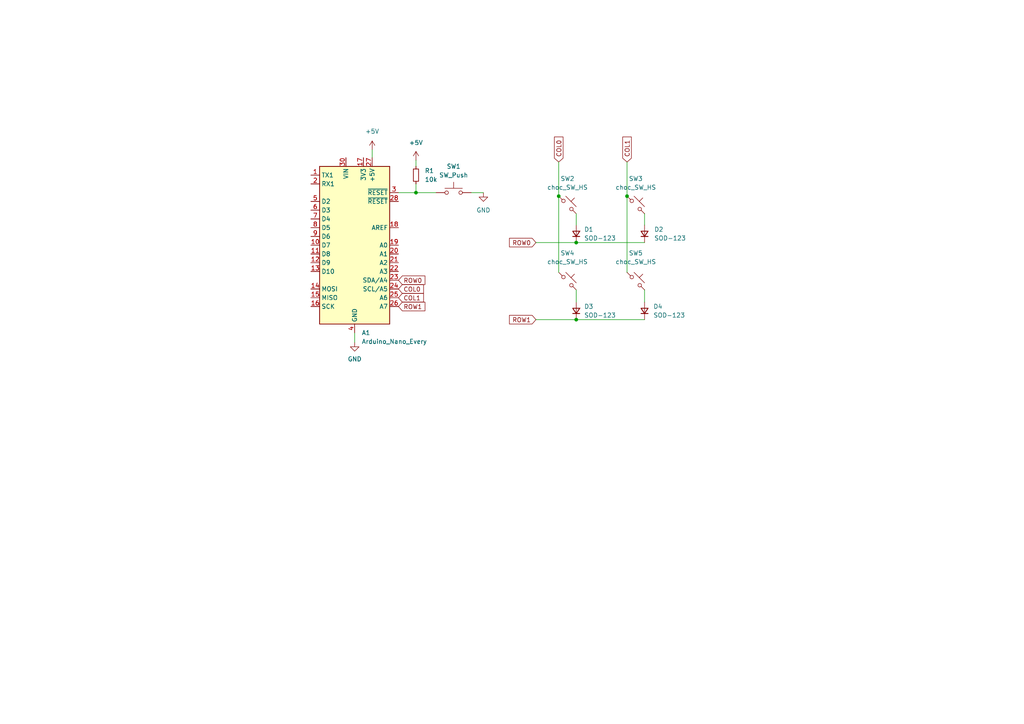
<source format=kicad_sch>
(kicad_sch (version 20211123) (generator eeschema)
  (paper "A4")
  (lib_symbols
    (symbol "Device:D_Small" (pin_numbers hide) (pin_names (offset 0.254) hide)
      (property "Reference" "D" (at -1.27 2.032 0))
      (property "Value" "D_Small" (at -3.81 -2.032 0))
      (symbol "D_Small_0_1"
        (polyline (pts (xy -0.762 -1.016) (xy -0.762 1.016)) (stroke (width 0.254)))
        (polyline (pts (xy -0.762 0) (xy 0.762 0)))
        (polyline (pts (xy 0.762 -1.016) (xy -0.762 0) (xy 0.762 1.016) (xy 0.762 -1.016)) (stroke (width 0.254)))
      )
      (symbol "D_Small_1_1"
        (pin passive line (at -2.54 0 0) (length 1.778) (name "K") (number "1"))
        (pin passive line (at 2.54 0 180) (length 1.778) (name "A") (number "2"))
      )
    )
    (symbol "Device:R_Small" (pin_numbers hide) (pin_names (offset 0.254) hide)
      (property "Reference" "R" (at 0.762 0.508 0))
      (property "Value" "R_Small" (at 0.762 -1.016 0))
      (symbol "R_Small_0_1"
        (rectangle (start -0.762 1.778) (end 0.762 -1.778) (stroke (width 0.2032)))
      )
      (symbol "R_Small_1_1"
        (pin passive line (at 0 2.54 270) (length 0.762) (name "~") (number "1"))
        (pin passive line (at 0 -2.54 90) (length 0.762) (name "~") (number "2"))
      )
    )
    (symbol "MCU_Module:Arduino_Nano_Every"
      (property "Reference" "A" (at -10.16 23.495 0))
      (property "Value" "Arduino_Nano_Every" (at 5.08 -24.13 0))
      (symbol "Arduino_Nano_Every_0_1"
        (rectangle (start -10.16 22.86) (end 10.16 -22.86) (stroke (width 0.254)) (fill (type background)))
      )
      (symbol "Arduino_Nano_Every_1_1"
        (pin bidirectional line (at -12.7 20.32 0) (length 2.54) (name "TX1") (number "1"))
        (pin bidirectional line (at -12.7 0 0) (length 2.54) (name "D7") (number "10"))
        (pin bidirectional line (at -12.7 -2.54 0) (length 2.54) (name "D8") (number "11"))
        (pin bidirectional line (at -12.7 -5.08 0) (length 2.54) (name "D9") (number "12"))
        (pin bidirectional line (at -12.7 -7.62 0) (length 2.54) (name "D10") (number "13"))
        (pin bidirectional line (at -12.7 -12.7 0) (length 2.54) (name "MOSI") (number "14"))
        (pin bidirectional line (at -12.7 -15.24 0) (length 2.54) (name "MISO") (number "15"))
        (pin bidirectional line (at -12.7 -17.78 0) (length 2.54) (name "SCK") (number "16"))
        (pin power_out line (at 2.54 25.4 270) (length 2.54) (name "3V3") (number "17"))
        (pin input line (at 12.7 5.08 180) (length 2.54) (name "AREF") (number "18"))
        (pin bidirectional line (at 12.7 0 180) (length 2.54) (name "A0") (number "19"))
        (pin bidirectional line (at -12.7 17.78 0) (length 2.54) (name "RX1") (number "2"))
        (pin bidirectional line (at 12.7 -2.54 180) (length 2.54) (name "A1") (number "20"))
        (pin bidirectional line (at 12.7 -5.08 180) (length 2.54) (name "A2") (number "21"))
        (pin bidirectional line (at 12.7 -7.62 180) (length 2.54) (name "A3") (number "22"))
        (pin bidirectional line (at 12.7 -10.16 180) (length 2.54) (name "SDA/A4") (number "23"))
        (pin bidirectional line (at 12.7 -12.7 180) (length 2.54) (name "SCL/A5") (number "24"))
        (pin bidirectional line (at 12.7 -15.24 180) (length 2.54) (name "A6") (number "25"))
        (pin bidirectional line (at 12.7 -17.78 180) (length 2.54) (name "A7") (number "26"))
        (pin power_out line (at 5.08 25.4 270) (length 2.54) (name "+5V") (number "27"))
        (pin input line (at 12.7 12.7 180) (length 2.54) (name "~{RESET}") (number "28"))
        (pin passive line (at 0 -25.4 90) (length 2.54) hide (name "GND") (number "29"))
        (pin input line (at 12.7 15.24 180) (length 2.54) (name "~{RESET}") (number "3"))
        (pin power_in line (at -2.54 25.4 270) (length 2.54) (name "VIN") (number "30"))
        (pin power_in line (at 0 -25.4 90) (length 2.54) (name "GND") (number "4"))
        (pin bidirectional line (at -12.7 12.7 0) (length 2.54) (name "D2") (number "5"))
        (pin bidirectional line (at -12.7 10.16 0) (length 2.54) (name "D3") (number "6"))
        (pin bidirectional line (at -12.7 7.62 0) (length 2.54) (name "D4") (number "7"))
        (pin bidirectional line (at -12.7 5.08 0) (length 2.54) (name "D5") (number "8"))
        (pin bidirectional line (at -12.7 2.54 0) (length 2.54) (name "D6") (number "9"))
      )
    )
    (symbol "Switch:SW_Push" (pin_numbers hide) (pin_names (offset 1.016) hide)
      (property "Reference" "SW" (at 1.27 2.54 0))
      (property "Value" "SW_Push" (at 0 -1.524 0))
      (symbol "SW_Push_0_1"
        (circle (center -2.032 0) (radius 0.508))
        (polyline (pts (xy 0 1.27) (xy 0 3.048)))
        (polyline (pts (xy 2.54 1.27) (xy -2.54 1.27)))
        (circle (center 2.032 0) (radius 0.508))
        (pin passive line (at -5.08 0 0) (length 2.54) (name "1") (number "1"))
        (pin passive line (at 5.08 0 180) (length 2.54) (name "2") (number "2"))
      )
    )
    (symbol "marbastlib-choc:choc_SW_HS" (pin_numbers hide) (pin_names (offset 1.016) hide)
      (property "Reference" "SW" (at 3.048 1.016 0))
      (property "Value" "choc_SW_HS" (at 0 -3.81 0))
      (symbol "choc_SW_HS_0_1"
        (circle (center -1.1684 1.1684) (radius 0.508))
        (polyline (pts (xy -0.508 2.54) (xy 2.54 -0.508)))
        (polyline (pts (xy 1.016 1.016) (xy 2.032 2.032)))
        (polyline (pts (xy -2.54 2.54) (xy -1.524 1.524) (xy -1.524 1.524)))
        (polyline (pts (xy 1.524 -1.524) (xy 2.54 -2.54) (xy 2.54 -2.54) (xy 2.54 -2.54)))
        (circle (center 1.143 -1.1938) (radius 0.508))
        (pin passive line (at -2.54 2.54 0) (length 0) (name "1") (number "1"))
        (pin passive line (at 2.54 -2.54 180) (length 0) (name "2") (number "2"))
      )
    )
    (symbol "power:+5V" (power) (pin_names (offset 0))
      (property "Value" "+5V" (at 0 3.556 0))
      (symbol "+5V_0_1"
        (polyline (pts (xy -0.762 1.27) (xy 0 2.54)))
        (polyline (pts (xy 0 0) (xy 0 2.54)))
        (polyline (pts (xy 0 2.54) (xy 0.762 1.27)))
      )
      (symbol "+5V_1_1"
        (pin power_in line (at 0 0 90) (length 0) hide (name "+5V") (number "1"))
      )
    )
    (symbol "power:GND" (power) (pin_names (offset 0))
      (property "Value" "GND" (at 0 -3.81 0))
      (symbol "GND_0_1"
        (polyline (pts (xy 0 0) (xy 0 -1.27) (xy 1.27 -1.27) (xy 0 -2.54) (xy -1.27 -1.27) (xy 0 -1.27)))
      )
      (symbol "GND_1_1"
        (pin power_in line (at 0 0 270) (length 0) hide (name "GND") (number "1"))
      )
    )
  )
  (junction (at 167.132 70.358))
  (junction (at 167.132 92.71))
  (junction (at 181.864 56.896))
  (junction (at 120.65 55.88))
  (junction (at 162.052 56.896))
  (wire (pts (xy 120.65 55.88) (xy 126.492 55.88)))
  (wire (pts (xy 167.132 61.976) (xy 167.132 65.278)))
  (wire (pts (xy 181.864 46.99) (xy 181.864 56.896)))
  (wire (pts (xy 167.132 92.71) (xy 186.944 92.71)))
  (wire (pts (xy 167.132 70.358) (xy 186.944 70.358)))
  (wire (pts (xy 136.652 55.88) (xy 140.208 55.88)))
  (wire (pts (xy 115.57 55.88) (xy 120.65 55.88)))
  (wire (pts (xy 155.448 92.71) (xy 167.132 92.71)))
  (wire (pts (xy 120.65 53.34) (xy 120.65 55.88)))
  (wire (pts (xy 162.052 56.896) (xy 162.052 78.994)))
  (wire (pts (xy 181.864 56.896) (xy 181.864 78.994)))
  (wire (pts (xy 162.052 46.99) (xy 162.052 56.896)))
  (wire (pts (xy 107.95 43.434) (xy 107.95 45.72)))
  (wire (pts (xy 102.87 96.52) (xy 102.87 99.314)))
  (wire (pts (xy 155.448 70.358) (xy 167.132 70.358)))
  (wire (pts (xy 186.944 84.074) (xy 186.944 87.63)))
  (wire (pts (xy 186.944 61.976) (xy 186.944 65.278)))
  (wire (pts (xy 120.65 46.482) (xy 120.65 48.26)))
  (wire (pts (xy 167.132 84.074) (xy 167.132 87.63)))
  (global_label "ROW0" (shape input) (at 115.57 81.28 0) (property "Intersheet References" "${INTERSHEET_REFS}" (effects hide)))
  (global_label "ROW1" (shape input) (at 115.57 88.9 0) (property "Intersheet References" "${INTERSHEET_REFS}" (effects hide)))
  (global_label "COL0" (shape input) (at 115.57 83.82 0) (property "Intersheet References" "${INTERSHEET_REFS}" (effects hide)))
  (global_label "ROW1" (shape input) (at 155.448 92.71 180) (property "Intersheet References" "${INTERSHEET_REFS}" (effects hide)))
  (global_label "ROW0" (shape input) (at 155.448 70.358 180) (property "Intersheet References" "${INTERSHEET_REFS}" (effects hide)))
  (global_label "COL1" (shape input) (at 181.864 46.99 90) (property "Intersheet References" "${INTERSHEET_REFS}" (effects hide)))
  (global_label "COL1" (shape input) (at 115.57 86.36 0) (property "Intersheet References" "${INTERSHEET_REFS}" (effects hide)))
  (global_label "COL0" (shape input) (at 162.052 46.99 90) (property "Intersheet References" "${INTERSHEET_REFS}" (effects hide)))
  (symbol (lib_id "power:+5V") (at 107.95 43.434 0) (unit 1)
    (property "Reference" "#PWR0103" (effects hide))
    (property "Value" "+5V" (at 107.95 38.1 0))
  )
  (symbol (lib_id "marbastlib-choc:choc_SW_HS") (at 164.592 59.436 0) (unit 1)
    (property "Reference" "SW2" (at 164.592 51.816 0))
    (property "Value" "choc_SW_HS" (at 164.592 54.356 0))
    (property "Footprint" "marbastlib-choc:SW_choc_HS_1u" (effects hide))
  )
  (symbol (lib_id "marbastlib-choc:choc_SW_HS") (at 164.592 81.534 0) (unit 1)
    (property "Reference" "SW4" (at 164.592 73.406 0))
    (property "Value" "choc_SW_HS" (at 164.592 75.946 0))
    (property "Footprint" "marbastlib-choc:SW_choc_HS_1u" (effects hide))
  )
  (symbol (lib_id "Device:D_Small") (at 167.132 67.818 90) (unit 1)
    (property "Reference" "D1" (at 169.418 66.5479 90) (effects (justify right)))
    (property "Value" "SOD-123" (at 169.418 69.0879 90) (effects (justify right)))
    (property "Footprint" "Diode_SMD:D_SOD-123" (effects hide))
  )
  (symbol (lib_id "MCU_Module:Arduino_Nano_Every") (at 102.87 71.12 0) (unit 1)
    (property "Reference" "A1" (at 104.8894 96.52 0) (effects (justify left)))
    (property "Value" "Arduino_Nano_Every" (at 104.8894 99.06 0) (effects (justify left)))
    (property "Footprint" "Module:Arduino_Nano" (effects hide))
    (property "Datasheet" "https://content.arduino.cc/assets/NANOEveryV3.0_sch.pdf" (effects hide))
  )
  (symbol (lib_id "Device:R_Small") (at 120.65 50.8 0) (unit 1)
    (property "Reference" "R1" (at 123.19 49.5299 0) (effects (justify left)))
    (property "Value" "10k" (at 123.19 52.0699 0) (effects (justify left)))
    (property "Footprint" "Resistor_SMD:R_0805_2012Metric" (effects hide))
  )
  (symbol (lib_id "marbastlib-choc:choc_SW_HS") (at 184.404 59.436 0) (unit 1)
    (property "Reference" "SW3" (at 184.404 51.816 0))
    (property "Value" "choc_SW_HS" (at 184.404 54.356 0))
    (property "Footprint" "marbastlib-choc:SW_choc_HS_1u" (effects hide))
  )
  (symbol (lib_id "marbastlib-choc:choc_SW_HS") (at 184.404 81.534 0) (unit 1)
    (property "Reference" "SW5" (at 184.404 73.406 0))
    (property "Value" "choc_SW_HS" (at 184.404 75.946 0))
    (property "Footprint" "marbastlib-choc:SW_choc_HS_1u" (effects hide))
  )
  (symbol (lib_id "Switch:SW_Push") (at 131.572 55.88 0) (unit 1)
    (property "Reference" "SW1" (at 131.572 48.26 0))
    (property "Value" "SW_Push" (at 131.572 50.8 0))
    (property "Footprint" "random-keyboard-parts:SKQG-1155865" (effects hide))
  )
  (symbol (lib_id "Device:D_Small") (at 186.944 90.17 90) (unit 1)
    (property "Reference" "D4" (at 189.484 88.8999 90) (effects (justify right)))
    (property "Value" "SOD-123" (at 189.484 91.4399 90) (effects (justify right)))
    (property "Footprint" "Diode_SMD:D_SOD-123" (effects hide))
  )
  (symbol (lib_id "power:GND") (at 102.87 99.314 0) (unit 1)
    (property "Reference" "#PWR0104" (effects hide))
    (property "Value" "GND" (at 102.87 104.14 0))
  )
  (symbol (lib_id "power:GND") (at 140.208 55.88 0) (unit 1)
    (property "Reference" "#PWR0102" (effects hide))
    (property "Value" "GND" (at 140.208 60.96 0))
  )
  (symbol (lib_id "Device:D_Small") (at 167.132 90.17 90) (unit 1)
    (property "Reference" "D3" (at 169.418 88.8999 90) (effects (justify right)))
    (property "Value" "SOD-123" (at 169.418 91.4399 90) (effects (justify right)))
    (property "Footprint" "Diode_SMD:D_SOD-123" (effects hide))
  )
  (symbol (lib_id "Device:D_Small") (at 186.944 67.818 90) (unit 1)
    (property "Reference" "D2" (at 189.738 66.5479 90) (effects (justify right)))
    (property "Value" "SOD-123" (at 189.738 69.0879 90) (effects (justify right)))
    (property "Footprint" "Diode_SMD:D_SOD-123" (effects hide))
  )
  (symbol (lib_id "power:+5V") (at 120.65 46.482 0) (unit 1)
    (property "Reference" "#PWR0101" (effects hide))
    (property "Value" "+5V" (at 120.65 41.402 0))
  )
)
</source>
